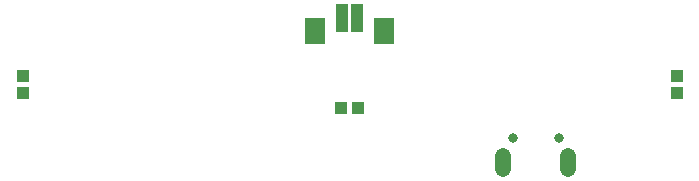
<source format=gts>
G75*
G70*
%OFA0B0*%
%FSLAX24Y24*%
%IPPOS*%
%LPD*%
%AMOC8*
5,1,8,0,0,1.08239X$1,22.5*
%
%ADD10R,0.0395X0.0395*%
%ADD11R,0.0395X0.0946*%
%ADD12R,0.0671X0.0867*%
%ADD13C,0.0316*%
%ADD14C,0.0517*%
D10*
X002300Y004305D03*
X002300Y004895D03*
X012905Y003800D03*
X013495Y003800D03*
X024100Y004305D03*
X024100Y004895D03*
D11*
X013456Y006800D03*
X012944Y006800D03*
D12*
X012039Y006367D03*
X014361Y006367D03*
D13*
X018632Y002827D03*
X020168Y002827D03*
D14*
X020493Y002218D02*
X020493Y001782D01*
X018307Y001782D02*
X018307Y002218D01*
M02*

</source>
